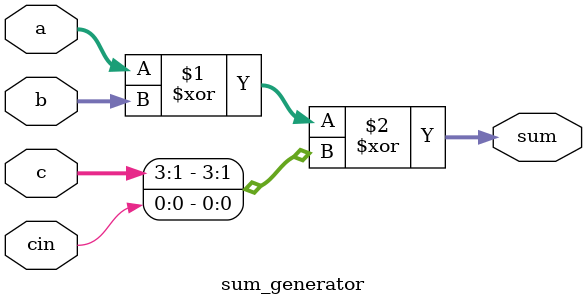
<source format=v>
module CLA_4bit(a, b, cin, sum);

    input [3:0] a, b;
    input cin;
    output [3:0] sum;
    
    wire [3:0] g, p;
	wire [3:1] c;

    //generate g & p
    gp_generator gp_generator1(a[3:0], b[3:0], g[3:0], p[3:0]); 
    
    //generate all carrys 
    carry_generator carry_generator_c0(g[3:0], p[3:0], cin, c[3:1]);

    //generate sum
    sum_generator generate_sum(a[3:0], b[3:0], cin,c[3:1], sum[3:0]);    

endmodule

module gp_generator(a, b, g, p);

    input [3:0] a, b;
    output [3:0] g, p;
    
    assign g = a & b;   // g = a x b
    assign p = a | b;   // p = a + b

endmodule

module carry_generator(g, p, cin, c);

    input [3:0] g, p;
    input cin;
    output [3:1] c;

    //create carries
    assign c[1] = g[0] | (p[0] & cin);
    assign c[2] = g[1] | (p[1] & g[0]) | (p[1] & p[0] & cin);
    assign c[3] = g[2] | (p[2] & g[1]) | (p[2] & p[1] & g[0]) | (p[2] & p[1] & p[0] & cin);
	
endmodule

module sum_generator(a, b, cin, c, sum);

    input [3:0] a, b;
    input cin;
	input [3:1] c;
    output [3:0] sum;

    assign sum = a ^ b ^ {c, cin};

endmodule

</source>
